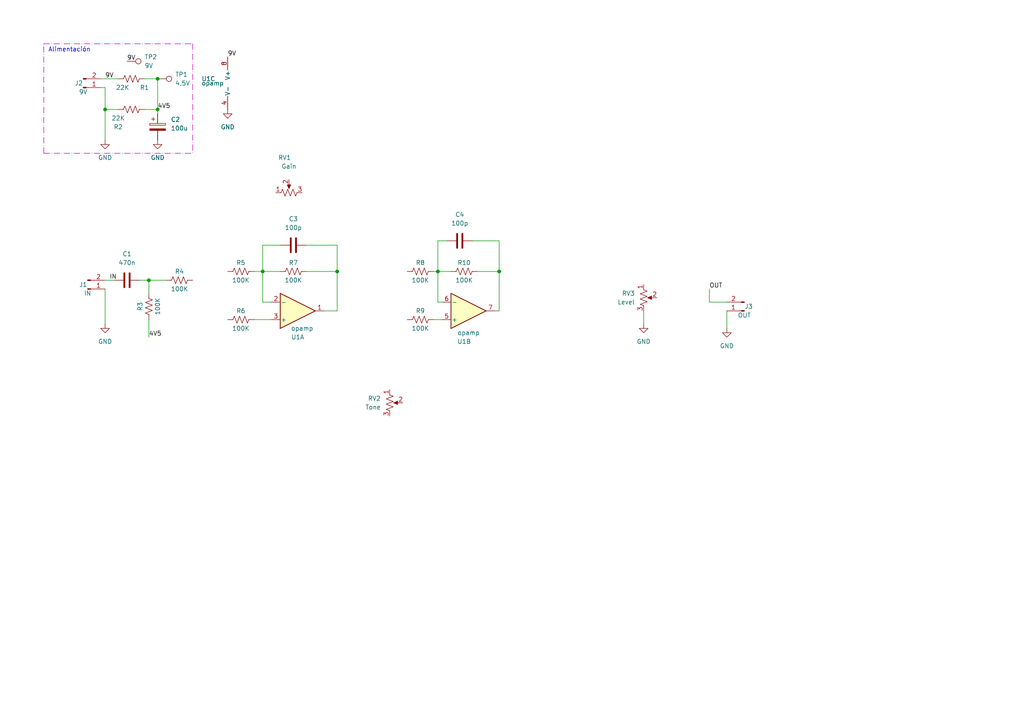
<source format=kicad_sch>
(kicad_sch (version 20211123) (generator eeschema)

  (uuid 7815dc00-d884-4c0b-b7af-59ba4d88c68b)

  (paper "A4")

  (lib_symbols
    (symbol "Amplifier_Operational:RC4558" (pin_names (offset 0.127)) (in_bom yes) (on_board yes)
      (property "Reference" "U" (id 0) (at 0 5.08 0)
        (effects (font (size 1.27 1.27)) (justify left))
      )
      (property "Value" "RC4558" (id 1) (at 0 -5.08 0)
        (effects (font (size 1.27 1.27)) (justify left))
      )
      (property "Footprint" "" (id 2) (at 0 0 0)
        (effects (font (size 1.27 1.27)) hide)
      )
      (property "Datasheet" "http://www.ti.com/lit/ds/symlink/rc4558.pdf" (id 3) (at 0 0 0)
        (effects (font (size 1.27 1.27)) hide)
      )
      (property "ki_locked" "" (id 4) (at 0 0 0)
        (effects (font (size 1.27 1.27)))
      )
      (property "ki_keywords" "dual opamp" (id 5) (at 0 0 0)
        (effects (font (size 1.27 1.27)) hide)
      )
      (property "ki_description" "Dual General Purpose, Operational Amplifier, DIP-8/SOIC-8/SSOP-8" (id 6) (at 0 0 0)
        (effects (font (size 1.27 1.27)) hide)
      )
      (property "ki_fp_filters" "SOIC*3.9x4.9mm*P1.27mm* DIP*W7.62mm* TO*99* OnSemi*Micro8* TSSOP*3x3mm*P0.65mm* TSSOP*4.4x3mm*P0.65mm* MSOP*3x3mm*P0.65mm* SSOP*3.9x4.9mm*P0.635mm* LFCSP*2x2mm*P0.5mm* *SIP* SOIC*5.3x6.2mm*P1.27mm*" (id 7) (at 0 0 0)
        (effects (font (size 1.27 1.27)) hide)
      )
      (symbol "RC4558_1_1"
        (polyline
          (pts
            (xy -5.08 5.08)
            (xy 5.08 0)
            (xy -5.08 -5.08)
            (xy -5.08 5.08)
          )
          (stroke (width 0.254) (type default) (color 0 0 0 0))
          (fill (type background))
        )
        (pin output line (at 7.62 0 180) (length 2.54)
          (name "~" (effects (font (size 1.27 1.27))))
          (number "1" (effects (font (size 1.27 1.27))))
        )
        (pin input line (at -7.62 -2.54 0) (length 2.54)
          (name "-" (effects (font (size 1.27 1.27))))
          (number "2" (effects (font (size 1.27 1.27))))
        )
        (pin input line (at -7.62 2.54 0) (length 2.54)
          (name "+" (effects (font (size 1.27 1.27))))
          (number "3" (effects (font (size 1.27 1.27))))
        )
      )
      (symbol "RC4558_2_1"
        (polyline
          (pts
            (xy -5.08 5.08)
            (xy 5.08 0)
            (xy -5.08 -5.08)
            (xy -5.08 5.08)
          )
          (stroke (width 0.254) (type default) (color 0 0 0 0))
          (fill (type background))
        )
        (pin input line (at -7.62 2.54 0) (length 2.54)
          (name "+" (effects (font (size 1.27 1.27))))
          (number "5" (effects (font (size 1.27 1.27))))
        )
        (pin input line (at -7.62 -2.54 0) (length 2.54)
          (name "-" (effects (font (size 1.27 1.27))))
          (number "6" (effects (font (size 1.27 1.27))))
        )
        (pin output line (at 7.62 0 180) (length 2.54)
          (name "~" (effects (font (size 1.27 1.27))))
          (number "7" (effects (font (size 1.27 1.27))))
        )
      )
      (symbol "RC4558_3_1"
        (pin power_in line (at -2.54 -7.62 90) (length 3.81)
          (name "V-" (effects (font (size 1.27 1.27))))
          (number "4" (effects (font (size 1.27 1.27))))
        )
        (pin power_in line (at -2.54 7.62 270) (length 3.81)
          (name "V+" (effects (font (size 1.27 1.27))))
          (number "8" (effects (font (size 1.27 1.27))))
        )
      )
    )
    (symbol "Connector:Conn_01x02_Male" (pin_names (offset 1.016) hide) (in_bom yes) (on_board yes)
      (property "Reference" "J" (id 0) (at 0 2.54 0)
        (effects (font (size 1.27 1.27)))
      )
      (property "Value" "Conn_01x02_Male" (id 1) (at 0 -5.08 0)
        (effects (font (size 1.27 1.27)))
      )
      (property "Footprint" "" (id 2) (at 0 0 0)
        (effects (font (size 1.27 1.27)) hide)
      )
      (property "Datasheet" "~" (id 3) (at 0 0 0)
        (effects (font (size 1.27 1.27)) hide)
      )
      (property "ki_keywords" "connector" (id 4) (at 0 0 0)
        (effects (font (size 1.27 1.27)) hide)
      )
      (property "ki_description" "Generic connector, single row, 01x02, script generated (kicad-library-utils/schlib/autogen/connector/)" (id 5) (at 0 0 0)
        (effects (font (size 1.27 1.27)) hide)
      )
      (property "ki_fp_filters" "Connector*:*_1x??_*" (id 6) (at 0 0 0)
        (effects (font (size 1.27 1.27)) hide)
      )
      (symbol "Conn_01x02_Male_1_1"
        (polyline
          (pts
            (xy 1.27 -2.54)
            (xy 0.8636 -2.54)
          )
          (stroke (width 0.1524) (type default) (color 0 0 0 0))
          (fill (type none))
        )
        (polyline
          (pts
            (xy 1.27 0)
            (xy 0.8636 0)
          )
          (stroke (width 0.1524) (type default) (color 0 0 0 0))
          (fill (type none))
        )
        (rectangle (start 0.8636 -2.413) (end 0 -2.667)
          (stroke (width 0.1524) (type default) (color 0 0 0 0))
          (fill (type outline))
        )
        (rectangle (start 0.8636 0.127) (end 0 -0.127)
          (stroke (width 0.1524) (type default) (color 0 0 0 0))
          (fill (type outline))
        )
        (pin passive line (at 5.08 0 180) (length 3.81)
          (name "Pin_1" (effects (font (size 1.27 1.27))))
          (number "1" (effects (font (size 1.27 1.27))))
        )
        (pin passive line (at 5.08 -2.54 180) (length 3.81)
          (name "Pin_2" (effects (font (size 1.27 1.27))))
          (number "2" (effects (font (size 1.27 1.27))))
        )
      )
    )
    (symbol "Connector:TestPoint" (pin_numbers hide) (pin_names (offset 0.762) hide) (in_bom yes) (on_board yes)
      (property "Reference" "TP" (id 0) (at 0 6.858 0)
        (effects (font (size 1.27 1.27)))
      )
      (property "Value" "TestPoint" (id 1) (at 0 5.08 0)
        (effects (font (size 1.27 1.27)))
      )
      (property "Footprint" "" (id 2) (at 5.08 0 0)
        (effects (font (size 1.27 1.27)) hide)
      )
      (property "Datasheet" "~" (id 3) (at 5.08 0 0)
        (effects (font (size 1.27 1.27)) hide)
      )
      (property "ki_keywords" "test point tp" (id 4) (at 0 0 0)
        (effects (font (size 1.27 1.27)) hide)
      )
      (property "ki_description" "test point" (id 5) (at 0 0 0)
        (effects (font (size 1.27 1.27)) hide)
      )
      (property "ki_fp_filters" "Pin* Test*" (id 6) (at 0 0 0)
        (effects (font (size 1.27 1.27)) hide)
      )
      (symbol "TestPoint_0_1"
        (circle (center 0 3.302) (radius 0.762)
          (stroke (width 0) (type default) (color 0 0 0 0))
          (fill (type none))
        )
      )
      (symbol "TestPoint_1_1"
        (pin passive line (at 0 0 90) (length 2.54)
          (name "1" (effects (font (size 1.27 1.27))))
          (number "1" (effects (font (size 1.27 1.27))))
        )
      )
    )
    (symbol "Device:C" (pin_numbers hide) (pin_names (offset 0.254)) (in_bom yes) (on_board yes)
      (property "Reference" "C" (id 0) (at 0.635 2.54 0)
        (effects (font (size 1.27 1.27)) (justify left))
      )
      (property "Value" "C" (id 1) (at 0.635 -2.54 0)
        (effects (font (size 1.27 1.27)) (justify left))
      )
      (property "Footprint" "" (id 2) (at 0.9652 -3.81 0)
        (effects (font (size 1.27 1.27)) hide)
      )
      (property "Datasheet" "~" (id 3) (at 0 0 0)
        (effects (font (size 1.27 1.27)) hide)
      )
      (property "ki_keywords" "cap capacitor" (id 4) (at 0 0 0)
        (effects (font (size 1.27 1.27)) hide)
      )
      (property "ki_description" "Unpolarized capacitor" (id 5) (at 0 0 0)
        (effects (font (size 1.27 1.27)) hide)
      )
      (property "ki_fp_filters" "C_*" (id 6) (at 0 0 0)
        (effects (font (size 1.27 1.27)) hide)
      )
      (symbol "C_0_1"
        (polyline
          (pts
            (xy -2.032 -0.762)
            (xy 2.032 -0.762)
          )
          (stroke (width 0.508) (type default) (color 0 0 0 0))
          (fill (type none))
        )
        (polyline
          (pts
            (xy -2.032 0.762)
            (xy 2.032 0.762)
          )
          (stroke (width 0.508) (type default) (color 0 0 0 0))
          (fill (type none))
        )
      )
      (symbol "C_1_1"
        (pin passive line (at 0 3.81 270) (length 2.794)
          (name "~" (effects (font (size 1.27 1.27))))
          (number "1" (effects (font (size 1.27 1.27))))
        )
        (pin passive line (at 0 -3.81 90) (length 2.794)
          (name "~" (effects (font (size 1.27 1.27))))
          (number "2" (effects (font (size 1.27 1.27))))
        )
      )
    )
    (symbol "Device:C_Polarized" (pin_numbers hide) (pin_names (offset 0.254)) (in_bom yes) (on_board yes)
      (property "Reference" "C" (id 0) (at 0.635 2.54 0)
        (effects (font (size 1.27 1.27)) (justify left))
      )
      (property "Value" "C_Polarized" (id 1) (at 0.635 -2.54 0)
        (effects (font (size 1.27 1.27)) (justify left))
      )
      (property "Footprint" "" (id 2) (at 0.9652 -3.81 0)
        (effects (font (size 1.27 1.27)) hide)
      )
      (property "Datasheet" "~" (id 3) (at 0 0 0)
        (effects (font (size 1.27 1.27)) hide)
      )
      (property "ki_keywords" "cap capacitor" (id 4) (at 0 0 0)
        (effects (font (size 1.27 1.27)) hide)
      )
      (property "ki_description" "Polarized capacitor" (id 5) (at 0 0 0)
        (effects (font (size 1.27 1.27)) hide)
      )
      (property "ki_fp_filters" "CP_*" (id 6) (at 0 0 0)
        (effects (font (size 1.27 1.27)) hide)
      )
      (symbol "C_Polarized_0_1"
        (rectangle (start -2.286 0.508) (end 2.286 1.016)
          (stroke (width 0) (type default) (color 0 0 0 0))
          (fill (type none))
        )
        (polyline
          (pts
            (xy -1.778 2.286)
            (xy -0.762 2.286)
          )
          (stroke (width 0) (type default) (color 0 0 0 0))
          (fill (type none))
        )
        (polyline
          (pts
            (xy -1.27 2.794)
            (xy -1.27 1.778)
          )
          (stroke (width 0) (type default) (color 0 0 0 0))
          (fill (type none))
        )
        (rectangle (start 2.286 -0.508) (end -2.286 -1.016)
          (stroke (width 0) (type default) (color 0 0 0 0))
          (fill (type outline))
        )
      )
      (symbol "C_Polarized_1_1"
        (pin passive line (at 0 3.81 270) (length 2.794)
          (name "~" (effects (font (size 1.27 1.27))))
          (number "1" (effects (font (size 1.27 1.27))))
        )
        (pin passive line (at 0 -3.81 90) (length 2.794)
          (name "~" (effects (font (size 1.27 1.27))))
          (number "2" (effects (font (size 1.27 1.27))))
        )
      )
    )
    (symbol "Device:R_Potentiometer_US" (pin_names (offset 1.016) hide) (in_bom yes) (on_board yes)
      (property "Reference" "RV" (id 0) (at -4.445 0 90)
        (effects (font (size 1.27 1.27)))
      )
      (property "Value" "R_Potentiometer_US" (id 1) (at -2.54 0 90)
        (effects (font (size 1.27 1.27)))
      )
      (property "Footprint" "" (id 2) (at 0 0 0)
        (effects (font (size 1.27 1.27)) hide)
      )
      (property "Datasheet" "~" (id 3) (at 0 0 0)
        (effects (font (size 1.27 1.27)) hide)
      )
      (property "ki_keywords" "resistor variable" (id 4) (at 0 0 0)
        (effects (font (size 1.27 1.27)) hide)
      )
      (property "ki_description" "Potentiometer, US symbol" (id 5) (at 0 0 0)
        (effects (font (size 1.27 1.27)) hide)
      )
      (property "ki_fp_filters" "Potentiometer*" (id 6) (at 0 0 0)
        (effects (font (size 1.27 1.27)) hide)
      )
      (symbol "R_Potentiometer_US_0_1"
        (polyline
          (pts
            (xy 0 -2.286)
            (xy 0 -2.54)
          )
          (stroke (width 0) (type default) (color 0 0 0 0))
          (fill (type none))
        )
        (polyline
          (pts
            (xy 0 2.54)
            (xy 0 2.286)
          )
          (stroke (width 0) (type default) (color 0 0 0 0))
          (fill (type none))
        )
        (polyline
          (pts
            (xy 2.54 0)
            (xy 1.524 0)
          )
          (stroke (width 0) (type default) (color 0 0 0 0))
          (fill (type none))
        )
        (polyline
          (pts
            (xy 1.143 0)
            (xy 2.286 0.508)
            (xy 2.286 -0.508)
            (xy 1.143 0)
          )
          (stroke (width 0) (type default) (color 0 0 0 0))
          (fill (type outline))
        )
        (polyline
          (pts
            (xy 0 -0.762)
            (xy 1.016 -1.143)
            (xy 0 -1.524)
            (xy -1.016 -1.905)
            (xy 0 -2.286)
          )
          (stroke (width 0) (type default) (color 0 0 0 0))
          (fill (type none))
        )
        (polyline
          (pts
            (xy 0 0.762)
            (xy 1.016 0.381)
            (xy 0 0)
            (xy -1.016 -0.381)
            (xy 0 -0.762)
          )
          (stroke (width 0) (type default) (color 0 0 0 0))
          (fill (type none))
        )
        (polyline
          (pts
            (xy 0 2.286)
            (xy 1.016 1.905)
            (xy 0 1.524)
            (xy -1.016 1.143)
            (xy 0 0.762)
          )
          (stroke (width 0) (type default) (color 0 0 0 0))
          (fill (type none))
        )
      )
      (symbol "R_Potentiometer_US_1_1"
        (pin passive line (at 0 3.81 270) (length 1.27)
          (name "1" (effects (font (size 1.27 1.27))))
          (number "1" (effects (font (size 1.27 1.27))))
        )
        (pin passive line (at 3.81 0 180) (length 1.27)
          (name "2" (effects (font (size 1.27 1.27))))
          (number "2" (effects (font (size 1.27 1.27))))
        )
        (pin passive line (at 0 -3.81 90) (length 1.27)
          (name "3" (effects (font (size 1.27 1.27))))
          (number "3" (effects (font (size 1.27 1.27))))
        )
      )
    )
    (symbol "Device:R_US" (pin_numbers hide) (pin_names (offset 0)) (in_bom yes) (on_board yes)
      (property "Reference" "R" (id 0) (at 2.54 0 90)
        (effects (font (size 1.27 1.27)))
      )
      (property "Value" "R_US" (id 1) (at -2.54 0 90)
        (effects (font (size 1.27 1.27)))
      )
      (property "Footprint" "" (id 2) (at 1.016 -0.254 90)
        (effects (font (size 1.27 1.27)) hide)
      )
      (property "Datasheet" "~" (id 3) (at 0 0 0)
        (effects (font (size 1.27 1.27)) hide)
      )
      (property "ki_keywords" "R res resistor" (id 4) (at 0 0 0)
        (effects (font (size 1.27 1.27)) hide)
      )
      (property "ki_description" "Resistor, US symbol" (id 5) (at 0 0 0)
        (effects (font (size 1.27 1.27)) hide)
      )
      (property "ki_fp_filters" "R_*" (id 6) (at 0 0 0)
        (effects (font (size 1.27 1.27)) hide)
      )
      (symbol "R_US_0_1"
        (polyline
          (pts
            (xy 0 -2.286)
            (xy 0 -2.54)
          )
          (stroke (width 0) (type default) (color 0 0 0 0))
          (fill (type none))
        )
        (polyline
          (pts
            (xy 0 2.286)
            (xy 0 2.54)
          )
          (stroke (width 0) (type default) (color 0 0 0 0))
          (fill (type none))
        )
        (polyline
          (pts
            (xy 0 -0.762)
            (xy 1.016 -1.143)
            (xy 0 -1.524)
            (xy -1.016 -1.905)
            (xy 0 -2.286)
          )
          (stroke (width 0) (type default) (color 0 0 0 0))
          (fill (type none))
        )
        (polyline
          (pts
            (xy 0 0.762)
            (xy 1.016 0.381)
            (xy 0 0)
            (xy -1.016 -0.381)
            (xy 0 -0.762)
          )
          (stroke (width 0) (type default) (color 0 0 0 0))
          (fill (type none))
        )
        (polyline
          (pts
            (xy 0 2.286)
            (xy 1.016 1.905)
            (xy 0 1.524)
            (xy -1.016 1.143)
            (xy 0 0.762)
          )
          (stroke (width 0) (type default) (color 0 0 0 0))
          (fill (type none))
        )
      )
      (symbol "R_US_1_1"
        (pin passive line (at 0 3.81 270) (length 1.27)
          (name "~" (effects (font (size 1.27 1.27))))
          (number "1" (effects (font (size 1.27 1.27))))
        )
        (pin passive line (at 0 -3.81 90) (length 1.27)
          (name "~" (effects (font (size 1.27 1.27))))
          (number "2" (effects (font (size 1.27 1.27))))
        )
      )
    )
    (symbol "power:GND" (power) (pin_names (offset 0)) (in_bom yes) (on_board yes)
      (property "Reference" "#PWR" (id 0) (at 0 -6.35 0)
        (effects (font (size 1.27 1.27)) hide)
      )
      (property "Value" "GND" (id 1) (at 0 -3.81 0)
        (effects (font (size 1.27 1.27)))
      )
      (property "Footprint" "" (id 2) (at 0 0 0)
        (effects (font (size 1.27 1.27)) hide)
      )
      (property "Datasheet" "" (id 3) (at 0 0 0)
        (effects (font (size 1.27 1.27)) hide)
      )
      (property "ki_keywords" "power-flag" (id 4) (at 0 0 0)
        (effects (font (size 1.27 1.27)) hide)
      )
      (property "ki_description" "Power symbol creates a global label with name \"GND\" , ground" (id 5) (at 0 0 0)
        (effects (font (size 1.27 1.27)) hide)
      )
      (symbol "GND_0_1"
        (polyline
          (pts
            (xy 0 0)
            (xy 0 -1.27)
            (xy 1.27 -1.27)
            (xy 0 -2.54)
            (xy -1.27 -1.27)
            (xy 0 -1.27)
          )
          (stroke (width 0) (type default) (color 0 0 0 0))
          (fill (type none))
        )
      )
      (symbol "GND_1_1"
        (pin power_in line (at 0 0 270) (length 0) hide
          (name "GND" (effects (font (size 1.27 1.27))))
          (number "1" (effects (font (size 1.27 1.27))))
        )
      )
    )
  )

  (junction (at 127 78.74) (diameter 0) (color 0 0 0 0)
    (uuid 35f3ab21-9af0-4a74-b657-df99f2307666)
  )
  (junction (at 144.78 78.74) (diameter 0) (color 0 0 0 0)
    (uuid 4557dd3e-1f0a-44e1-bb18-294179e0b7ea)
  )
  (junction (at 45.72 22.86) (diameter 0) (color 0 0 0 0)
    (uuid 4afc3836-bb6b-453a-973f-79d3b892f132)
  )
  (junction (at 45.72 31.75) (diameter 0) (color 0 0 0 0)
    (uuid 60faf62a-d5a2-4690-9676-90fd1f8e5ccd)
  )
  (junction (at 43.18 81.28) (diameter 0) (color 0 0 0 0)
    (uuid a36fef24-e9ba-4270-aa7d-645ee92e93a8)
  )
  (junction (at 97.79 78.74) (diameter 0) (color 0 0 0 0)
    (uuid a7d4b437-78bf-4670-8943-2c99e747ae0c)
  )
  (junction (at 30.48 31.75) (diameter 0) (color 0 0 0 0)
    (uuid b78c5ace-e4c8-40d4-9ba5-d36df7d60574)
  )
  (junction (at 76.2 78.74) (diameter 0) (color 0 0 0 0)
    (uuid d1c30db2-47df-46d2-92ce-3d5b596d8232)
  )

  (wire (pts (xy 88.9 71.12) (xy 97.79 71.12))
    (stroke (width 0) (type default) (color 0 0 0 0))
    (uuid 0110bafa-8fc2-4af2-b848-56a1e21210cd)
  )
  (wire (pts (xy 73.66 92.71) (xy 78.74 92.71))
    (stroke (width 0) (type default) (color 0 0 0 0))
    (uuid 0504a34c-c33c-450f-ba7b-f17b7f253bdc)
  )
  (wire (pts (xy 29.21 25.4) (xy 30.48 25.4))
    (stroke (width 0) (type default) (color 0 0 0 0))
    (uuid 08dd7fcf-63fe-44cd-9e28-07e9cf0b38a3)
  )
  (wire (pts (xy 144.78 69.85) (xy 144.78 78.74))
    (stroke (width 0) (type default) (color 0 0 0 0))
    (uuid 11250a18-6560-4fdf-b98c-11a7432081b5)
  )
  (wire (pts (xy 43.18 81.28) (xy 40.64 81.28))
    (stroke (width 0) (type default) (color 0 0 0 0))
    (uuid 160cab97-f856-4c6b-8234-9619714b0bca)
  )
  (wire (pts (xy 127 87.63) (xy 128.27 87.63))
    (stroke (width 0) (type default) (color 0 0 0 0))
    (uuid 204de13b-360c-496a-a56d-5fc7d05cbd56)
  )
  (wire (pts (xy 55.88 12.7) (xy 55.88 44.45))
    (stroke (width 0) (type dash_dot) (color 194 0 194 1))
    (uuid 2617f9f5-ec36-4ee0-8407-68ebad8608d8)
  )
  (wire (pts (xy 29.21 22.86) (xy 34.29 22.86))
    (stroke (width 0) (type default) (color 0 0 0 0))
    (uuid 29900aee-f96b-4526-8955-610ae37a44cd)
  )
  (wire (pts (xy 97.79 71.12) (xy 97.79 78.74))
    (stroke (width 0) (type default) (color 0 0 0 0))
    (uuid 2b3ca768-4425-4510-856d-848c88628689)
  )
  (wire (pts (xy 12.7 12.7) (xy 55.88 12.7))
    (stroke (width 0) (type dash_dot) (color 194 0 194 1))
    (uuid 33ad517f-a413-414a-84b7-24ca7e0ff42e)
  )
  (wire (pts (xy 210.82 87.63) (xy 205.74 87.63))
    (stroke (width 0) (type default) (color 0 0 0 0))
    (uuid 3c87400f-8c0c-4953-935d-d14feef83fe3)
  )
  (wire (pts (xy 88.9 78.74) (xy 97.79 78.74))
    (stroke (width 0) (type default) (color 0 0 0 0))
    (uuid 3e3b8f16-19c8-4ba8-9211-c1f609c439a6)
  )
  (wire (pts (xy 12.7 44.45) (xy 12.7 12.7))
    (stroke (width 0) (type dash_dot) (color 194 0 194 1))
    (uuid 3fa873fc-a2ce-4627-8b1f-dc61b9e5ed0b)
  )
  (wire (pts (xy 137.16 69.85) (xy 144.78 69.85))
    (stroke (width 0) (type default) (color 0 0 0 0))
    (uuid 426eb68f-741c-4fa9-83cc-b458641ceecf)
  )
  (wire (pts (xy 41.91 22.86) (xy 45.72 22.86))
    (stroke (width 0) (type default) (color 0 0 0 0))
    (uuid 44d2275b-14ed-4895-8dce-2f65267098aa)
  )
  (wire (pts (xy 45.72 22.86) (xy 45.72 31.75))
    (stroke (width 0) (type default) (color 0 0 0 0))
    (uuid 47a6e5a7-e534-4f3f-8de1-a5fbd3b37971)
  )
  (wire (pts (xy 125.73 92.71) (xy 128.27 92.71))
    (stroke (width 0) (type default) (color 0 0 0 0))
    (uuid 4dcb194c-aef8-46f5-98ce-d4970003d7a1)
  )
  (wire (pts (xy 30.48 31.75) (xy 34.29 31.75))
    (stroke (width 0) (type default) (color 0 0 0 0))
    (uuid 4f46b5ed-5419-46d1-8658-6d96b55b664e)
  )
  (wire (pts (xy 127 69.85) (xy 127 78.74))
    (stroke (width 0) (type default) (color 0 0 0 0))
    (uuid 587f7394-cff9-4d51-a6cc-7865df1866dd)
  )
  (wire (pts (xy 81.28 71.12) (xy 76.2 71.12))
    (stroke (width 0) (type default) (color 0 0 0 0))
    (uuid 5bc8db7e-f291-4f5a-a642-391b99fc4bf6)
  )
  (wire (pts (xy 186.69 93.98) (xy 186.69 90.17))
    (stroke (width 0) (type default) (color 0 0 0 0))
    (uuid 642349db-e596-4b66-9d7c-0e3740cb999b)
  )
  (wire (pts (xy 97.79 78.74) (xy 97.79 90.17))
    (stroke (width 0) (type default) (color 0 0 0 0))
    (uuid 67e3a54f-5abe-4d46-bdd7-204ed3618fa0)
  )
  (wire (pts (xy 127 78.74) (xy 127 87.63))
    (stroke (width 0) (type default) (color 0 0 0 0))
    (uuid 68765f78-bd65-4f9e-8966-af9dcf4322a4)
  )
  (wire (pts (xy 12.7 44.45) (xy 55.88 44.45))
    (stroke (width 0) (type dash_dot) (color 194 0 194 1))
    (uuid 6d289f6a-ad95-4f1d-8436-d36a37be24a3)
  )
  (wire (pts (xy 43.18 85.09) (xy 43.18 81.28))
    (stroke (width 0) (type default) (color 0 0 0 0))
    (uuid 7ea274f4-57e4-4279-a429-583c13a1d3b6)
  )
  (wire (pts (xy 125.73 78.74) (xy 127 78.74))
    (stroke (width 0) (type default) (color 0 0 0 0))
    (uuid 831b4e1a-a639-4f4c-9260-2de88581dcf3)
  )
  (wire (pts (xy 205.74 83.82) (xy 205.74 87.63))
    (stroke (width 0) (type default) (color 0 0 0 0))
    (uuid 8539ca9b-d877-4ad1-abe9-10c573cd78d4)
  )
  (wire (pts (xy 144.78 90.17) (xy 143.51 90.17))
    (stroke (width 0) (type default) (color 0 0 0 0))
    (uuid 9be511c6-29ef-4c4b-bf7a-85a01c05b883)
  )
  (wire (pts (xy 41.91 31.75) (xy 45.72 31.75))
    (stroke (width 0) (type default) (color 0 0 0 0))
    (uuid a0f3898a-3454-4d3d-b5ea-4a64cb4d96ea)
  )
  (wire (pts (xy 76.2 87.63) (xy 78.74 87.63))
    (stroke (width 0) (type default) (color 0 0 0 0))
    (uuid a42dbf29-b030-4e1f-894b-0ad0aa20f176)
  )
  (wire (pts (xy 127 78.74) (xy 130.81 78.74))
    (stroke (width 0) (type default) (color 0 0 0 0))
    (uuid ab491fe5-1c84-4218-9fdf-8067c1b35ad2)
  )
  (wire (pts (xy 129.54 69.85) (xy 127 69.85))
    (stroke (width 0) (type default) (color 0 0 0 0))
    (uuid afc49f96-655e-47fe-9f37-ae96981f1bb3)
  )
  (wire (pts (xy 33.02 81.28) (xy 30.48 81.28))
    (stroke (width 0) (type default) (color 0 0 0 0))
    (uuid aff1703a-f5f4-4a7e-8a68-5dfad583e342)
  )
  (wire (pts (xy 30.48 25.4) (xy 30.48 31.75))
    (stroke (width 0) (type default) (color 0 0 0 0))
    (uuid bcc6a943-6612-4e28-b542-ea5fda1200cd)
  )
  (wire (pts (xy 144.78 78.74) (xy 144.78 90.17))
    (stroke (width 0) (type default) (color 0 0 0 0))
    (uuid bd3a703d-c245-4d93-84ce-2ac35079e125)
  )
  (wire (pts (xy 76.2 78.74) (xy 76.2 87.63))
    (stroke (width 0) (type default) (color 0 0 0 0))
    (uuid c06453a3-e536-43a7-8caa-09954536bbb5)
  )
  (wire (pts (xy 81.28 78.74) (xy 76.2 78.74))
    (stroke (width 0) (type default) (color 0 0 0 0))
    (uuid c13c7be2-589e-4435-8ca5-0c2ed204f634)
  )
  (wire (pts (xy 43.18 92.71) (xy 43.18 97.79))
    (stroke (width 0) (type default) (color 0 0 0 0))
    (uuid c651ede3-f35b-4363-a85a-67bf2b7ba839)
  )
  (wire (pts (xy 97.79 90.17) (xy 93.98 90.17))
    (stroke (width 0) (type default) (color 0 0 0 0))
    (uuid cc7689f4-d4c3-4d34-a7be-9eb2794392b7)
  )
  (wire (pts (xy 45.72 31.75) (xy 45.72 33.02))
    (stroke (width 0) (type default) (color 0 0 0 0))
    (uuid cc76dfe1-6252-4ee1-bc20-6d7e57a1c4ac)
  )
  (wire (pts (xy 48.26 81.28) (xy 43.18 81.28))
    (stroke (width 0) (type default) (color 0 0 0 0))
    (uuid d055d8f9-741a-4660-aa06-1900f14b623e)
  )
  (wire (pts (xy 210.82 90.17) (xy 210.82 95.25))
    (stroke (width 0) (type default) (color 0 0 0 0))
    (uuid d0cc0f07-a681-4ae8-a938-646780635ccd)
  )
  (wire (pts (xy 138.43 78.74) (xy 144.78 78.74))
    (stroke (width 0) (type default) (color 0 0 0 0))
    (uuid d76416e1-e2e4-4ef2-9807-e14dbedb2ccb)
  )
  (wire (pts (xy 73.66 78.74) (xy 76.2 78.74))
    (stroke (width 0) (type default) (color 0 0 0 0))
    (uuid e1b8786e-52c2-4e64-8b2d-37d7452f88cf)
  )
  (wire (pts (xy 30.48 40.64) (xy 30.48 31.75))
    (stroke (width 0) (type default) (color 0 0 0 0))
    (uuid ecbe1bb9-e7b5-40b3-966c-9a2842e58d29)
  )
  (wire (pts (xy 76.2 71.12) (xy 76.2 78.74))
    (stroke (width 0) (type default) (color 0 0 0 0))
    (uuid faf9df5f-e5b1-4fbe-9e8a-df51819d6590)
  )
  (wire (pts (xy 30.48 93.98) (xy 30.48 83.82))
    (stroke (width 0) (type default) (color 0 0 0 0))
    (uuid fc060818-8850-40db-a3ef-c005320f2c07)
  )

  (text "Alimentación" (at 13.97 15.24 0)
    (effects (font (size 1.27 1.27)) (justify left bottom))
    (uuid f9bca819-8c3e-4f4f-befe-19421e6ebdd5)
  )

  (label "OUT" (at 205.74 83.82 0)
    (effects (font (size 1.27 1.27)) (justify left bottom))
    (uuid 2a2fa456-33d4-4b6e-ba05-92e7efd7047f)
  )
  (label "4V5" (at 45.72 31.75 0)
    (effects (font (size 1.27 1.27)) (justify left bottom))
    (uuid 571684e7-1f69-4319-9dde-c70922b8934a)
  )
  (label "9V" (at 36.83 17.78 0)
    (effects (font (size 1.27 1.27)) (justify left bottom))
    (uuid 73a952dd-a60a-4d40-8ae5-27c475a01653)
  )
  (label "4V5" (at 43.18 97.79 0)
    (effects (font (size 1.27 1.27)) (justify left bottom))
    (uuid af1d0639-c1bb-449f-be3f-d5f2741ba961)
  )
  (label "9V" (at 30.48 22.86 0)
    (effects (font (size 1.27 1.27)) (justify left bottom))
    (uuid bad228c2-4b88-4bdb-8a1f-6c45c8f71710)
  )
  (label "9V" (at 66.04 16.51 0)
    (effects (font (size 1.27 1.27)) (justify left bottom))
    (uuid da28e564-95c2-485c-84c3-4b0d8b0b8330)
  )
  (label "IN" (at 31.75 81.28 0)
    (effects (font (size 1.27 1.27)) (justify left bottom))
    (uuid ef674855-38a6-420c-bbe4-b53434e4d79e)
  )

  (symbol (lib_id "power:GND") (at 30.48 40.64 0) (unit 1)
    (in_bom yes) (on_board yes) (fields_autoplaced)
    (uuid 0928efe9-79fb-48ed-9953-506e7a3ecc88)
    (property "Reference" "#PWR01" (id 0) (at 30.48 46.99 0)
      (effects (font (size 1.27 1.27)) hide)
    )
    (property "Value" "GND" (id 1) (at 30.48 45.72 0))
    (property "Footprint" "" (id 2) (at 30.48 40.64 0)
      (effects (font (size 1.27 1.27)) hide)
    )
    (property "Datasheet" "" (id 3) (at 30.48 40.64 0)
      (effects (font (size 1.27 1.27)) hide)
    )
    (pin "1" (uuid 51dbcef0-6dbf-48d2-ab24-8f2788b60646))
  )

  (symbol (lib_id "Device:R_US") (at 121.92 92.71 90) (unit 1)
    (in_bom yes) (on_board yes)
    (uuid 0afb3040-54bc-44bd-8bbe-8a23a6c694f8)
    (property "Reference" "R9" (id 0) (at 121.92 90.17 90))
    (property "Value" "100K" (id 1) (at 121.92 95.25 90))
    (property "Footprint" "Resistor_SMD:R_0805_2012Metric_Pad1.20x1.40mm_HandSolder" (id 2) (at 122.174 91.694 90)
      (effects (font (size 1.27 1.27)) hide)
    )
    (property "Datasheet" "~" (id 3) (at 121.92 92.71 0)
      (effects (font (size 1.27 1.27)) hide)
    )
    (pin "1" (uuid 19909c25-0a3d-4a81-bc45-778cce9dc11d))
    (pin "2" (uuid ed18427f-97c4-4654-b129-2aca855a9ac9))
  )

  (symbol (lib_id "power:GND") (at 45.72 40.64 0) (unit 1)
    (in_bom yes) (on_board yes) (fields_autoplaced)
    (uuid 1a2120ad-676f-432b-a748-31a997359490)
    (property "Reference" "#PWR03" (id 0) (at 45.72 46.99 0)
      (effects (font (size 1.27 1.27)) hide)
    )
    (property "Value" "GND" (id 1) (at 45.72 45.72 0))
    (property "Footprint" "" (id 2) (at 45.72 40.64 0)
      (effects (font (size 1.27 1.27)) hide)
    )
    (property "Datasheet" "" (id 3) (at 45.72 40.64 0)
      (effects (font (size 1.27 1.27)) hide)
    )
    (pin "1" (uuid b61810b1-9a89-4cda-a879-beebca1726d2))
  )

  (symbol (lib_id "Device:R_US") (at 38.1 31.75 90) (unit 1)
    (in_bom yes) (on_board yes)
    (uuid 1ddb4832-8a54-4ec8-8f65-10b0bd6941e2)
    (property "Reference" "R2" (id 0) (at 34.29 36.83 90))
    (property "Value" "22K" (id 1) (at 34.29 34.29 90))
    (property "Footprint" "Resistor_SMD:R_0805_2012Metric_Pad1.20x1.40mm_HandSolder" (id 2) (at 38.354 30.734 90)
      (effects (font (size 1.27 1.27)) hide)
    )
    (property "Datasheet" "~" (id 3) (at 38.1 31.75 0)
      (effects (font (size 1.27 1.27)) hide)
    )
    (pin "1" (uuid e7ce7c04-1a8c-444f-9784-88a18f411d1c))
    (pin "2" (uuid d76e039d-6623-4174-9d29-9a3102f5a2d3))
  )

  (symbol (lib_id "Connector:Conn_01x02_Male") (at 24.13 25.4 0) (mirror x) (unit 1)
    (in_bom yes) (on_board yes)
    (uuid 22f7e478-174f-475a-9cb7-6252b20ec198)
    (property "Reference" "J2" (id 0) (at 22.86 24.13 0))
    (property "Value" "9V" (id 1) (at 24.13 26.67 0))
    (property "Footprint" "Connector_PinHeader_2.54mm:PinHeader_1x02_P2.54mm_Vertical" (id 2) (at 24.13 25.4 0)
      (effects (font (size 1.27 1.27)) hide)
    )
    (property "Datasheet" "~" (id 3) (at 24.13 25.4 0)
      (effects (font (size 1.27 1.27)) hide)
    )
    (pin "1" (uuid 5d2fda86-85d7-406c-8767-a7abbd7d3e9e))
    (pin "2" (uuid 10db7b29-37c8-4fdc-8f13-ec6022117444))
  )

  (symbol (lib_id "Device:R_US") (at 85.09 78.74 90) (unit 1)
    (in_bom yes) (on_board yes)
    (uuid 28203968-ffd6-4298-b6ff-a2b45b4415ff)
    (property "Reference" "R7" (id 0) (at 85.09 76.2 90))
    (property "Value" "100K" (id 1) (at 85.09 81.28 90))
    (property "Footprint" "Resistor_SMD:R_0805_2012Metric_Pad1.20x1.40mm_HandSolder" (id 2) (at 85.344 77.724 90)
      (effects (font (size 1.27 1.27)) hide)
    )
    (property "Datasheet" "~" (id 3) (at 85.09 78.74 0)
      (effects (font (size 1.27 1.27)) hide)
    )
    (pin "1" (uuid 49b809ae-b583-4d00-83ef-e1a8b451badb))
    (pin "2" (uuid f8b9bb0d-b188-4830-9376-03148370324c))
  )

  (symbol (lib_id "Device:C") (at 85.09 71.12 90) (unit 1)
    (in_bom yes) (on_board yes) (fields_autoplaced)
    (uuid 2b8dd84c-64d7-48e2-9d2b-58c7f83f0f2b)
    (property "Reference" "C3" (id 0) (at 85.09 63.5 90))
    (property "Value" "100p" (id 1) (at 85.09 66.04 90))
    (property "Footprint" "Capacitor_SMD:C_0805_2012Metric" (id 2) (at 88.9 70.1548 0)
      (effects (font (size 1.27 1.27)) hide)
    )
    (property "Datasheet" "~" (id 3) (at 85.09 71.12 0)
      (effects (font (size 1.27 1.27)) hide)
    )
    (pin "1" (uuid a8a52ef3-2a1a-44cb-b77b-2223217fa342))
    (pin "2" (uuid 93e4818d-a182-43af-8857-c4d0a32a7fe8))
  )

  (symbol (lib_id "Device:R_US") (at 43.18 88.9 180) (unit 1)
    (in_bom yes) (on_board yes)
    (uuid 4f15a35d-3672-4697-b836-ad9d456cd5ba)
    (property "Reference" "R3" (id 0) (at 40.64 88.9 90))
    (property "Value" "100K" (id 1) (at 45.72 88.9 90))
    (property "Footprint" "Resistor_SMD:R_0805_2012Metric_Pad1.20x1.40mm_HandSolder" (id 2) (at 42.164 88.646 90)
      (effects (font (size 1.27 1.27)) hide)
    )
    (property "Datasheet" "~" (id 3) (at 43.18 88.9 0)
      (effects (font (size 1.27 1.27)) hide)
    )
    (pin "1" (uuid 7a8dc318-7b32-4273-bd09-e3b3350444fa))
    (pin "2" (uuid 03dce834-4b94-4b99-a374-96d9630b63f7))
  )

  (symbol (lib_id "Connector:TestPoint") (at 45.72 22.86 270) (unit 1)
    (in_bom yes) (on_board yes) (fields_autoplaced)
    (uuid 522c2ef5-cd8f-40a9-aa51-75c84b67070c)
    (property "Reference" "TP1" (id 0) (at 50.8 21.5899 90)
      (effects (font (size 1.27 1.27)) (justify left))
    )
    (property "Value" "4,5V" (id 1) (at 50.8 24.1299 90)
      (effects (font (size 1.27 1.27)) (justify left))
    )
    (property "Footprint" "TestPoint:TestPoint_Pad_D1.5mm" (id 2) (at 45.72 27.94 0)
      (effects (font (size 1.27 1.27)) hide)
    )
    (property "Datasheet" "~" (id 3) (at 45.72 27.94 0)
      (effects (font (size 1.27 1.27)) hide)
    )
    (pin "1" (uuid d5b4ee13-942a-47c2-9653-840c2c34760e))
  )

  (symbol (lib_id "Device:C") (at 36.83 81.28 90) (unit 1)
    (in_bom yes) (on_board yes) (fields_autoplaced)
    (uuid 5fc19e4b-c0c4-41db-a09c-0a4c881c8314)
    (property "Reference" "C1" (id 0) (at 36.83 73.66 90))
    (property "Value" "470n" (id 1) (at 36.83 76.2 90))
    (property "Footprint" "Capacitor_SMD:C_0805_2012Metric" (id 2) (at 40.64 80.3148 0)
      (effects (font (size 1.27 1.27)) hide)
    )
    (property "Datasheet" "~" (id 3) (at 36.83 81.28 0)
      (effects (font (size 1.27 1.27)) hide)
    )
    (pin "1" (uuid 62746db2-d4dd-4d8a-9369-748f0ba89532))
    (pin "2" (uuid e3aa8873-1d6d-4c73-87ba-0f4fb95b78e7))
  )

  (symbol (lib_id "Device:R_Potentiometer_US") (at 113.03 116.84 0) (unit 1)
    (in_bom yes) (on_board yes) (fields_autoplaced)
    (uuid 634ac125-fd42-4bd6-a7c1-cd50af1474f3)
    (property "Reference" "RV2" (id 0) (at 110.49 115.5699 0)
      (effects (font (size 1.27 1.27)) (justify right))
    )
    (property "Value" "Tone" (id 1) (at 110.49 118.1099 0)
      (effects (font (size 1.27 1.27)) (justify right))
    )
    (property "Footprint" "Connector_PinHeader_2.54mm:PinHeader_1x03_P2.54mm_Vertical" (id 2) (at 113.03 116.84 0)
      (effects (font (size 1.27 1.27)) hide)
    )
    (property "Datasheet" "~" (id 3) (at 113.03 116.84 0)
      (effects (font (size 1.27 1.27)) hide)
    )
    (pin "1" (uuid 6071e391-1f19-476e-aaf0-2bdc87f5dcee))
    (pin "2" (uuid 76ba3bb6-dccc-4a39-a390-7c49dff197a7))
    (pin "3" (uuid c11cdfeb-2056-4e53-9964-d7a4d044b3e1))
  )

  (symbol (lib_id "Connector:Conn_01x02_Male") (at 25.4 83.82 0) (mirror x) (unit 1)
    (in_bom yes) (on_board yes)
    (uuid 6da746c9-1718-47fd-918d-1144b4144951)
    (property "Reference" "J1" (id 0) (at 24.13 82.55 0))
    (property "Value" "IN" (id 1) (at 25.4 85.09 0))
    (property "Footprint" "Connector_PinHeader_2.54mm:PinHeader_1x02_P2.54mm_Vertical" (id 2) (at 25.4 83.82 0)
      (effects (font (size 1.27 1.27)) hide)
    )
    (property "Datasheet" "~" (id 3) (at 25.4 83.82 0)
      (effects (font (size 1.27 1.27)) hide)
    )
    (pin "1" (uuid 96c3ace6-9781-4a9a-9054-dc0ad7ef0d07))
    (pin "2" (uuid 22a3fb07-a32b-4f70-9276-00c5b2664ce5))
  )

  (symbol (lib_id "Amplifier_Operational:RC4558") (at 68.58 24.13 0) (unit 3)
    (in_bom yes) (on_board yes)
    (uuid 74e7bfc6-2d0e-498b-b723-6df438ef3984)
    (property "Reference" "U1" (id 0) (at 58.42 22.86 0)
      (effects (font (size 1.27 1.27)) (justify left))
    )
    (property "Value" "opamp" (id 1) (at 58.42 24.13 0)
      (effects (font (size 1.27 1.27)) (justify left))
    )
    (property "Footprint" "" (id 2) (at 68.58 24.13 0)
      (effects (font (size 1.27 1.27)) hide)
    )
    (property "Datasheet" "http://www.ti.com/lit/ds/symlink/rc4558.pdf" (id 3) (at 68.58 24.13 0)
      (effects (font (size 1.27 1.27)) hide)
    )
    (pin "1" (uuid 9429d001-7e36-4583-84d5-ce146d78a45c))
    (pin "2" (uuid d8055444-3a80-4082-b09e-8f460cf70994))
    (pin "3" (uuid a3aa9718-195e-4526-9e73-1ccafec42f2d))
    (pin "5" (uuid 5b71db65-a698-4371-9678-be60cf40addf))
    (pin "6" (uuid 856cc605-8273-4e3d-aedb-c435a1b5d2ad))
    (pin "7" (uuid 721cf8ca-d8dd-404c-a35e-c9ee4bec444f))
    (pin "4" (uuid 39a7bd9d-a603-4282-8f03-555ab3114960))
    (pin "8" (uuid 392116d4-2d11-4242-bf5f-418518790c3c))
  )

  (symbol (lib_id "Amplifier_Operational:RC4558") (at 135.89 90.17 0) (mirror x) (unit 2)
    (in_bom yes) (on_board yes)
    (uuid 756e1655-e950-4382-aad6-bccff776a116)
    (property "Reference" "U1" (id 0) (at 134.62 99.06 0))
    (property "Value" "opamp" (id 1) (at 135.89 96.52 0))
    (property "Footprint" "Package_SO:SO-8_3.9x4.9mm_P1.27mm" (id 2) (at 135.89 90.17 0)
      (effects (font (size 1.27 1.27)) hide)
    )
    (property "Datasheet" "http://www.ti.com/lit/ds/symlink/rc4558.pdf" (id 3) (at 135.89 90.17 0)
      (effects (font (size 1.27 1.27)) hide)
    )
    (pin "1" (uuid ed59e566-3e33-4881-a284-888208b94ef0))
    (pin "2" (uuid f12e45c9-a248-4aff-a13b-cc4f1253f335))
    (pin "3" (uuid d5851c78-164d-4437-be72-13e49b21ee32))
    (pin "5" (uuid 05e14249-f0bf-4620-b85a-8257ba6f7385))
    (pin "6" (uuid 5ea5556a-1470-4d01-802b-2f579d4298db))
    (pin "7" (uuid 7eb5076f-ceee-4ff6-9e5a-075b4b31df3f))
    (pin "4" (uuid 7a3bc6d7-cb37-4fb5-a9de-d9e71fc8fbe9))
    (pin "8" (uuid 42dfaa07-f984-4861-8769-90ba370a0859))
  )

  (symbol (lib_id "power:GND") (at 186.69 93.98 0) (unit 1)
    (in_bom yes) (on_board yes) (fields_autoplaced)
    (uuid 7668cfa9-f9f5-4014-80db-0ebdb3ad586b)
    (property "Reference" "#PWR04" (id 0) (at 186.69 100.33 0)
      (effects (font (size 1.27 1.27)) hide)
    )
    (property "Value" "GND" (id 1) (at 186.69 99.06 0))
    (property "Footprint" "" (id 2) (at 186.69 93.98 0)
      (effects (font (size 1.27 1.27)) hide)
    )
    (property "Datasheet" "" (id 3) (at 186.69 93.98 0)
      (effects (font (size 1.27 1.27)) hide)
    )
    (pin "1" (uuid f6c9cde4-64a4-463b-ade7-4aefb6dd6fd8))
  )

  (symbol (lib_id "Connector:TestPoint") (at 36.83 17.78 270) (unit 1)
    (in_bom yes) (on_board yes) (fields_autoplaced)
    (uuid 7670c080-d2f6-47fc-9bb2-9c5ae8e37d2b)
    (property "Reference" "TP2" (id 0) (at 41.91 16.5099 90)
      (effects (font (size 1.27 1.27)) (justify left))
    )
    (property "Value" "9V" (id 1) (at 41.91 19.0499 90)
      (effects (font (size 1.27 1.27)) (justify left))
    )
    (property "Footprint" "TestPoint:TestPoint_Pad_D1.5mm" (id 2) (at 36.83 22.86 0)
      (effects (font (size 1.27 1.27)) hide)
    )
    (property "Datasheet" "~" (id 3) (at 36.83 22.86 0)
      (effects (font (size 1.27 1.27)) hide)
    )
    (pin "1" (uuid e01e43e9-a8df-41a0-8865-f61b45255912))
  )

  (symbol (lib_id "Device:R_US") (at 69.85 78.74 90) (unit 1)
    (in_bom yes) (on_board yes)
    (uuid 79951246-8500-40d9-bdfe-9db9174ef791)
    (property "Reference" "R5" (id 0) (at 69.85 76.2 90))
    (property "Value" "100K" (id 1) (at 69.85 81.28 90))
    (property "Footprint" "Resistor_SMD:R_0805_2012Metric_Pad1.20x1.40mm_HandSolder" (id 2) (at 70.104 77.724 90)
      (effects (font (size 1.27 1.27)) hide)
    )
    (property "Datasheet" "~" (id 3) (at 69.85 78.74 0)
      (effects (font (size 1.27 1.27)) hide)
    )
    (pin "1" (uuid 25970a56-c54d-4569-b3be-d889b707a06f))
    (pin "2" (uuid df0d3e49-f062-44fd-96f9-ab7405c2ee53))
  )

  (symbol (lib_id "Device:R_Potentiometer_US") (at 83.82 55.88 90) (unit 1)
    (in_bom yes) (on_board yes)
    (uuid 8b6d6658-4ddc-4bb3-a073-81d76c8a94ec)
    (property "Reference" "RV1" (id 0) (at 82.55 45.72 90))
    (property "Value" "Gain" (id 1) (at 83.82 48.26 90))
    (property "Footprint" "Connector_PinHeader_2.54mm:PinHeader_1x03_P2.54mm_Vertical" (id 2) (at 83.82 55.88 0)
      (effects (font (size 1.27 1.27)) hide)
    )
    (property "Datasheet" "~" (id 3) (at 83.82 55.88 0)
      (effects (font (size 1.27 1.27)) hide)
    )
    (pin "1" (uuid 4ce119a1-dc60-4cd5-8f53-6b1428a0665e))
    (pin "2" (uuid d9ea4d2f-4814-4103-b679-92618e1d4d02))
    (pin "3" (uuid dbcf9a70-5d1a-48d9-95be-11efa8868a4d))
  )

  (symbol (lib_id "Amplifier_Operational:RC4558") (at 86.36 90.17 0) (mirror x) (unit 1)
    (in_bom yes) (on_board yes)
    (uuid a0e7f9a6-d7c3-4b4a-876d-4920126126e3)
    (property "Reference" "U1" (id 0) (at 86.36 97.79 0))
    (property "Value" "opamp" (id 1) (at 87.63 95.25 0))
    (property "Footprint" "Package_SO:SO-8_3.9x4.9mm_P1.27mm" (id 2) (at 86.36 90.17 0)
      (effects (font (size 1.27 1.27)) hide)
    )
    (property "Datasheet" "http://www.ti.com/lit/ds/symlink/rc4558.pdf" (id 3) (at 86.36 90.17 0)
      (effects (font (size 1.27 1.27)) hide)
    )
    (pin "1" (uuid 40148468-6cfb-43de-beb1-923b712963d4))
    (pin "2" (uuid 85c737ca-02a6-43e9-aec7-d6d36c842816))
    (pin "3" (uuid 5bcc56ac-8d09-437a-a866-e8a9e931895b))
    (pin "5" (uuid 5b83b831-15f6-41b3-b9e9-e71fc1e879ef))
    (pin "6" (uuid e1eac352-aa1e-412a-8635-8a48e9f9c58d))
    (pin "7" (uuid 9808f747-529f-4068-a01e-b75f56b3d3e6))
    (pin "4" (uuid c76427c5-ca87-4cf0-afaf-dfe67c25ba94))
    (pin "8" (uuid 8c8c9b1d-6d43-405d-b99d-1fbd8c0f5471))
  )

  (symbol (lib_id "Device:R_Potentiometer_US") (at 186.69 86.36 0) (unit 1)
    (in_bom yes) (on_board yes) (fields_autoplaced)
    (uuid a90c1d43-dbb0-41a5-b54a-370982a81652)
    (property "Reference" "RV3" (id 0) (at 184.15 85.0899 0)
      (effects (font (size 1.27 1.27)) (justify right))
    )
    (property "Value" "Level" (id 1) (at 184.15 87.6299 0)
      (effects (font (size 1.27 1.27)) (justify right))
    )
    (property "Footprint" "Connector_PinHeader_2.54mm:PinHeader_1x03_P2.54mm_Vertical" (id 2) (at 186.69 86.36 0)
      (effects (font (size 1.27 1.27)) hide)
    )
    (property "Datasheet" "~" (id 3) (at 186.69 86.36 0)
      (effects (font (size 1.27 1.27)) hide)
    )
    (pin "1" (uuid cecc7db9-2ad2-4f3c-af0a-a57355a90a98))
    (pin "2" (uuid 5ee9afc9-302c-4f11-9e56-6a2724683a49))
    (pin "3" (uuid 52028853-94a7-49a5-baae-6da42d3aecca))
  )

  (symbol (lib_id "power:GND") (at 30.48 93.98 0) (unit 1)
    (in_bom yes) (on_board yes) (fields_autoplaced)
    (uuid ab079bfb-ef90-422f-8310-be3310257128)
    (property "Reference" "#PWR02" (id 0) (at 30.48 100.33 0)
      (effects (font (size 1.27 1.27)) hide)
    )
    (property "Value" "GND" (id 1) (at 30.48 99.06 0))
    (property "Footprint" "" (id 2) (at 30.48 93.98 0)
      (effects (font (size 1.27 1.27)) hide)
    )
    (property "Datasheet" "" (id 3) (at 30.48 93.98 0)
      (effects (font (size 1.27 1.27)) hide)
    )
    (pin "1" (uuid 53a285f8-0800-40e4-896c-e0ac584a0949))
  )

  (symbol (lib_id "Device:R_US") (at 69.85 92.71 90) (unit 1)
    (in_bom yes) (on_board yes)
    (uuid be2007d9-8b77-4414-bcc4-b532d69dca5d)
    (property "Reference" "R6" (id 0) (at 69.85 90.17 90))
    (property "Value" "100K" (id 1) (at 69.85 95.25 90))
    (property "Footprint" "Resistor_SMD:R_0805_2012Metric_Pad1.20x1.40mm_HandSolder" (id 2) (at 70.104 91.694 90)
      (effects (font (size 1.27 1.27)) hide)
    )
    (property "Datasheet" "~" (id 3) (at 69.85 92.71 0)
      (effects (font (size 1.27 1.27)) hide)
    )
    (pin "1" (uuid 65bf9619-9880-4863-a715-b5d37c839372))
    (pin "2" (uuid 3207670b-3d1a-4c54-8ec3-1cf9080404f8))
  )

  (symbol (lib_id "power:GND") (at 66.04 31.75 0) (unit 1)
    (in_bom yes) (on_board yes) (fields_autoplaced)
    (uuid cd9a3cb7-9b39-4bbd-b321-d7ef34392461)
    (property "Reference" "#PWR0101" (id 0) (at 66.04 38.1 0)
      (effects (font (size 1.27 1.27)) hide)
    )
    (property "Value" "GND" (id 1) (at 66.04 36.83 0))
    (property "Footprint" "" (id 2) (at 66.04 31.75 0)
      (effects (font (size 1.27 1.27)) hide)
    )
    (property "Datasheet" "" (id 3) (at 66.04 31.75 0)
      (effects (font (size 1.27 1.27)) hide)
    )
    (pin "1" (uuid 9f5a7a1c-8d34-4cf5-b20b-98d4b136c36b))
  )

  (symbol (lib_id "Device:R_US") (at 121.92 78.74 90) (unit 1)
    (in_bom yes) (on_board yes)
    (uuid ce68f283-d0b3-4585-a4c7-88fe56ca49de)
    (property "Reference" "R8" (id 0) (at 121.92 76.2 90))
    (property "Value" "100K" (id 1) (at 121.92 81.28 90))
    (property "Footprint" "Resistor_SMD:R_0805_2012Metric_Pad1.20x1.40mm_HandSolder" (id 2) (at 122.174 77.724 90)
      (effects (font (size 1.27 1.27)) hide)
    )
    (property "Datasheet" "~" (id 3) (at 121.92 78.74 0)
      (effects (font (size 1.27 1.27)) hide)
    )
    (pin "1" (uuid 69584155-32ad-43b1-867b-fdeaf09a37c5))
    (pin "2" (uuid 1d437695-b0e7-4e50-b597-68a714fde967))
  )

  (symbol (lib_id "Device:R_US") (at 52.07 81.28 90) (unit 1)
    (in_bom yes) (on_board yes)
    (uuid d7f0ac19-2a97-4e74-b9cf-81e60f1bb08a)
    (property "Reference" "R4" (id 0) (at 52.07 78.74 90))
    (property "Value" "100K" (id 1) (at 52.07 83.82 90))
    (property "Footprint" "Resistor_SMD:R_0805_2012Metric_Pad1.20x1.40mm_HandSolder" (id 2) (at 52.324 80.264 90)
      (effects (font (size 1.27 1.27)) hide)
    )
    (property "Datasheet" "~" (id 3) (at 52.07 81.28 0)
      (effects (font (size 1.27 1.27)) hide)
    )
    (pin "1" (uuid b44eeff9-7956-4521-b397-e81cbeca1faa))
    (pin "2" (uuid a14920db-2519-45e5-95e2-65aaff5f43f1))
  )

  (symbol (lib_id "Device:C") (at 133.35 69.85 90) (unit 1)
    (in_bom yes) (on_board yes) (fields_autoplaced)
    (uuid de306e6d-ad06-4693-a4a8-0b7388801f57)
    (property "Reference" "C4" (id 0) (at 133.35 62.23 90))
    (property "Value" "100p" (id 1) (at 133.35 64.77 90))
    (property "Footprint" "Capacitor_SMD:C_0805_2012Metric" (id 2) (at 137.16 68.8848 0)
      (effects (font (size 1.27 1.27)) hide)
    )
    (property "Datasheet" "~" (id 3) (at 133.35 69.85 0)
      (effects (font (size 1.27 1.27)) hide)
    )
    (pin "1" (uuid a42d016d-4507-4540-ba21-516485086565))
    (pin "2" (uuid 1cd170af-4efb-4358-b298-df8eacd1475e))
  )

  (symbol (lib_id "Device:R_US") (at 134.62 78.74 90) (unit 1)
    (in_bom yes) (on_board yes)
    (uuid dfc2f58c-d502-42f2-954d-296716f775cb)
    (property "Reference" "R10" (id 0) (at 134.62 76.2 90))
    (property "Value" "100K" (id 1) (at 134.62 81.28 90))
    (property "Footprint" "Resistor_SMD:R_0805_2012Metric_Pad1.20x1.40mm_HandSolder" (id 2) (at 134.874 77.724 90)
      (effects (font (size 1.27 1.27)) hide)
    )
    (property "Datasheet" "~" (id 3) (at 134.62 78.74 0)
      (effects (font (size 1.27 1.27)) hide)
    )
    (pin "1" (uuid 2953a69e-6d6b-49bb-8d94-a17833293239))
    (pin "2" (uuid d8e83cc3-d882-4043-92a5-bd5412fff0cf))
  )

  (symbol (lib_id "Connector:Conn_01x02_Male") (at 215.9 90.17 180) (unit 1)
    (in_bom yes) (on_board yes)
    (uuid e4f6aef8-e6be-483b-ab99-6924e51a0f4c)
    (property "Reference" "J3" (id 0) (at 217.17 88.9 0))
    (property "Value" "OUT" (id 1) (at 215.9 91.44 0))
    (property "Footprint" "Connector_PinHeader_2.54mm:PinHeader_1x02_P2.54mm_Vertical" (id 2) (at 215.9 90.17 0)
      (effects (font (size 1.27 1.27)) hide)
    )
    (property "Datasheet" "~" (id 3) (at 215.9 90.17 0)
      (effects (font (size 1.27 1.27)) hide)
    )
    (pin "1" (uuid d061f748-5f11-4629-83eb-f543a84bf712))
    (pin "2" (uuid b1e134bf-48ab-43bd-a134-a9e64703193d))
  )

  (symbol (lib_id "Device:C_Polarized") (at 45.72 36.83 0) (unit 1)
    (in_bom yes) (on_board yes) (fields_autoplaced)
    (uuid e5d09358-144c-421d-bcd9-982bbaa8084f)
    (property "Reference" "C2" (id 0) (at 49.53 34.6709 0)
      (effects (font (size 1.27 1.27)) (justify left))
    )
    (property "Value" "100u" (id 1) (at 49.53 37.2109 0)
      (effects (font (size 1.27 1.27)) (justify left))
    )
    (property "Footprint" "Capacitor_SMD:CP_Elec_4x5.8" (id 2) (at 46.6852 40.64 0)
      (effects (font (size 1.27 1.27)) hide)
    )
    (property "Datasheet" "~" (id 3) (at 45.72 36.83 0)
      (effects (font (size 1.27 1.27)) hide)
    )
    (pin "1" (uuid 3956254c-ef92-4877-954d-0e23b1a8b2f9))
    (pin "2" (uuid f9bf258d-875f-4d1a-897d-3754899235a6))
  )

  (symbol (lib_id "Device:R_US") (at 38.1 22.86 90) (unit 1)
    (in_bom yes) (on_board yes)
    (uuid fa9b4cd9-34a1-4cde-bd3e-a7a54c6c0022)
    (property "Reference" "R1" (id 0) (at 41.91 25.4 90))
    (property "Value" "22K" (id 1) (at 35.56 25.4 90))
    (property "Footprint" "Resistor_SMD:R_0805_2012Metric_Pad1.20x1.40mm_HandSolder" (id 2) (at 38.354 21.844 90)
      (effects (font (size 1.27 1.27)) hide)
    )
    (property "Datasheet" "~" (id 3) (at 38.1 22.86 0)
      (effects (font (size 1.27 1.27)) hide)
    )
    (pin "1" (uuid adee6348-98f2-468e-9da7-cfae7ad2bf35))
    (pin "2" (uuid a9ea83c7-2147-4286-9783-0759afca1a0b))
  )

  (symbol (lib_id "power:GND") (at 210.82 95.25 0) (unit 1)
    (in_bom yes) (on_board yes) (fields_autoplaced)
    (uuid fbcade7e-ce8c-4705-af41-c64f788bb082)
    (property "Reference" "#PWR05" (id 0) (at 210.82 101.6 0)
      (effects (font (size 1.27 1.27)) hide)
    )
    (property "Value" "GND" (id 1) (at 210.82 100.33 0))
    (property "Footprint" "" (id 2) (at 210.82 95.25 0)
      (effects (font (size 1.27 1.27)) hide)
    )
    (property "Datasheet" "" (id 3) (at 210.82 95.25 0)
      (effects (font (size 1.27 1.27)) hide)
    )
    (pin "1" (uuid 49ca7289-eb64-4b19-b5c5-05b5c6dc5f43))
  )

  (sheet_instances
    (path "/" (page "1"))
  )

  (symbol_instances
    (path "/0928efe9-79fb-48ed-9953-506e7a3ecc88"
      (reference "#PWR01") (unit 1) (value "GND") (footprint "")
    )
    (path "/ab079bfb-ef90-422f-8310-be3310257128"
      (reference "#PWR02") (unit 1) (value "GND") (footprint "")
    )
    (path "/1a2120ad-676f-432b-a748-31a997359490"
      (reference "#PWR03") (unit 1) (value "GND") (footprint "")
    )
    (path "/7668cfa9-f9f5-4014-80db-0ebdb3ad586b"
      (reference "#PWR04") (unit 1) (value "GND") (footprint "")
    )
    (path "/fbcade7e-ce8c-4705-af41-c64f788bb082"
      (reference "#PWR05") (unit 1) (value "GND") (footprint "")
    )
    (path "/cd9a3cb7-9b39-4bbd-b321-d7ef34392461"
      (reference "#PWR0101") (unit 1) (value "GND") (footprint "")
    )
    (path "/5fc19e4b-c0c4-41db-a09c-0a4c881c8314"
      (reference "C1") (unit 1) (value "470n") (footprint "Capacitor_SMD:C_0805_2012Metric")
    )
    (path "/e5d09358-144c-421d-bcd9-982bbaa8084f"
      (reference "C2") (unit 1) (value "100u") (footprint "Capacitor_SMD:CP_Elec_4x5.8")
    )
    (path "/2b8dd84c-64d7-48e2-9d2b-58c7f83f0f2b"
      (reference "C3") (unit 1) (value "100p") (footprint "Capacitor_SMD:C_0805_2012Metric")
    )
    (path "/de306e6d-ad06-4693-a4a8-0b7388801f57"
      (reference "C4") (unit 1) (value "100p") (footprint "Capacitor_SMD:C_0805_2012Metric")
    )
    (path "/6da746c9-1718-47fd-918d-1144b4144951"
      (reference "J1") (unit 1) (value "IN") (footprint "Connector_PinHeader_2.54mm:PinHeader_1x02_P2.54mm_Vertical")
    )
    (path "/22f7e478-174f-475a-9cb7-6252b20ec198"
      (reference "J2") (unit 1) (value "9V") (footprint "Connector_PinHeader_2.54mm:PinHeader_1x02_P2.54mm_Vertical")
    )
    (path "/e4f6aef8-e6be-483b-ab99-6924e51a0f4c"
      (reference "J3") (unit 1) (value "OUT") (footprint "Connector_PinHeader_2.54mm:PinHeader_1x02_P2.54mm_Vertical")
    )
    (path "/fa9b4cd9-34a1-4cde-bd3e-a7a54c6c0022"
      (reference "R1") (unit 1) (value "22K") (footprint "Resistor_SMD:R_0805_2012Metric_Pad1.20x1.40mm_HandSolder")
    )
    (path "/1ddb4832-8a54-4ec8-8f65-10b0bd6941e2"
      (reference "R2") (unit 1) (value "22K") (footprint "Resistor_SMD:R_0805_2012Metric_Pad1.20x1.40mm_HandSolder")
    )
    (path "/4f15a35d-3672-4697-b836-ad9d456cd5ba"
      (reference "R3") (unit 1) (value "100K") (footprint "Resistor_SMD:R_0805_2012Metric_Pad1.20x1.40mm_HandSolder")
    )
    (path "/d7f0ac19-2a97-4e74-b9cf-81e60f1bb08a"
      (reference "R4") (unit 1) (value "100K") (footprint "Resistor_SMD:R_0805_2012Metric_Pad1.20x1.40mm_HandSolder")
    )
    (path "/79951246-8500-40d9-bdfe-9db9174ef791"
      (reference "R5") (unit 1) (value "100K") (footprint "Resistor_SMD:R_0805_2012Metric_Pad1.20x1.40mm_HandSolder")
    )
    (path "/be2007d9-8b77-4414-bcc4-b532d69dca5d"
      (reference "R6") (unit 1) (value "100K") (footprint "Resistor_SMD:R_0805_2012Metric_Pad1.20x1.40mm_HandSolder")
    )
    (path "/28203968-ffd6-4298-b6ff-a2b45b4415ff"
      (reference "R7") (unit 1) (value "100K") (footprint "Resistor_SMD:R_0805_2012Metric_Pad1.20x1.40mm_HandSolder")
    )
    (path "/ce68f283-d0b3-4585-a4c7-88fe56ca49de"
      (reference "R8") (unit 1) (value "100K") (footprint "Resistor_SMD:R_0805_2012Metric_Pad1.20x1.40mm_HandSolder")
    )
    (path "/0afb3040-54bc-44bd-8bbe-8a23a6c694f8"
      (reference "R9") (unit 1) (value "100K") (footprint "Resistor_SMD:R_0805_2012Metric_Pad1.20x1.40mm_HandSolder")
    )
    (path "/dfc2f58c-d502-42f2-954d-296716f775cb"
      (reference "R10") (unit 1) (value "100K") (footprint "Resistor_SMD:R_0805_2012Metric_Pad1.20x1.40mm_HandSolder")
    )
    (path "/8b6d6658-4ddc-4bb3-a073-81d76c8a94ec"
      (reference "RV1") (unit 1) (value "Gain") (footprint "Connector_PinHeader_2.54mm:PinHeader_1x03_P2.54mm_Vertical")
    )
    (path "/634ac125-fd42-4bd6-a7c1-cd50af1474f3"
      (reference "RV2") (unit 1) (value "Tone") (footprint "Connector_PinHeader_2.54mm:PinHeader_1x03_P2.54mm_Vertical")
    )
    (path "/a90c1d43-dbb0-41a5-b54a-370982a81652"
      (reference "RV3") (unit 1) (value "Level") (footprint "Connector_PinHeader_2.54mm:PinHeader_1x03_P2.54mm_Vertical")
    )
    (path "/522c2ef5-cd8f-40a9-aa51-75c84b67070c"
      (reference "TP1") (unit 1) (value "4,5V") (footprint "TestPoint:TestPoint_Pad_D1.5mm")
    )
    (path "/7670c080-d2f6-47fc-9bb2-9c5ae8e37d2b"
      (reference "TP2") (unit 1) (value "9V") (footprint "TestPoint:TestPoint_Pad_D1.5mm")
    )
    (path "/a0e7f9a6-d7c3-4b4a-876d-4920126126e3"
      (reference "U1") (unit 1) (value "opamp") (footprint "Package_SO:SO-8_3.9x4.9mm_P1.27mm")
    )
    (path "/756e1655-e950-4382-aad6-bccff776a116"
      (reference "U1") (unit 2) (value "opamp") (footprint "Package_SO:SO-8_3.9x4.9mm_P1.27mm")
    )
    (path "/74e7bfc6-2d0e-498b-b723-6df438ef3984"
      (reference "U1") (unit 3) (value "opamp") (footprint "")
    )
  )
)

</source>
